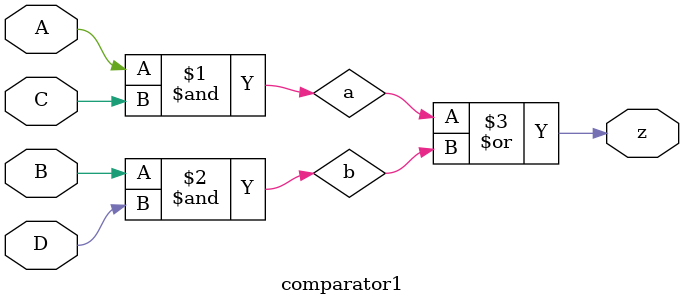
<source format=v>
module comparator1 (
    input A,
    input B,
    input C,
    input D,
    output z
);
wire a,b;
and(a,A,C);
and(b,B,D);
or(z,a,b);

    
endmodule
</source>
